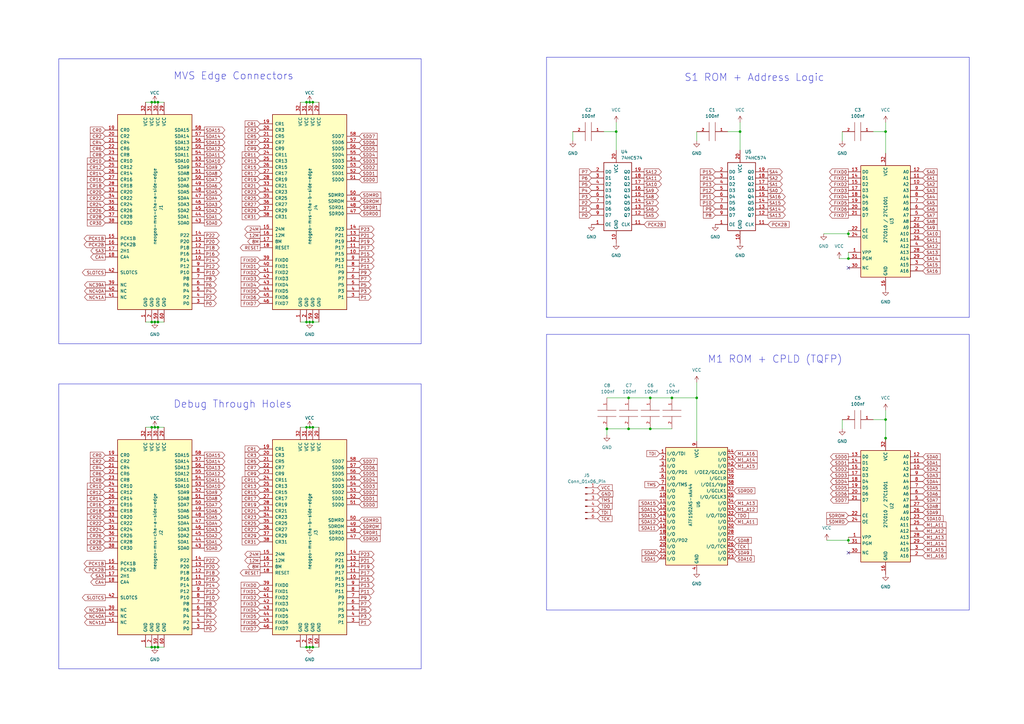
<source format=kicad_sch>
(kicad_sch (version 20230121) (generator eeschema)
  (paper "A3")
  (title_block (title "Neo Geo Diag MVS CHA Board (ATF1502AS TQFP44)") (date "${REV}") (rev "${REV}"))
  (junction (at 363.22 53.975))
  (junction (at 127 265.43))
  (junction (at 125.73 265.43))
  (junction (at 285.75 163.195))
  (junction (at 64.77 265.43))
  (junction (at 257.81 163.195))
  (junction (at 127 175.26))
  (junction (at 303.53 53.975))
  (junction (at 62.23 175.26))
  (junction (at 275.59 163.195))
  (junction (at 252.73 53.975))
  (junction (at 63.5 175.26))
  (junction (at 257.81 175.895))
  (junction (at 347.98 106.045))
  (junction (at 64.77 132.08))
  (junction (at 347.98 221.615))
  (junction (at 63.5 41.91))
  (junction (at 127 41.91))
  (junction (at 64.77 175.26))
  (junction (at 266.7 175.895))
  (junction (at 128.27 132.08))
  (junction (at 347.98 95.885))
  (junction (at 125.73 132.08))
  (junction (at 63.5 265.43))
  (junction (at 363.22 172.085))
  (junction (at 64.77 41.91))
  (junction (at 128.27 175.26))
  (junction (at 266.7 163.195))
  (junction (at 62.23 132.08))
  (junction (at 63.5 132.08))
  (junction (at 128.27 41.91))
  (junction (at 363.22 179.705))
  (junction (at 62.23 41.91))
  (junction (at 127 132.08))
  (junction (at 128.27 265.43))
  (junction (at 125.73 41.91))
  (junction (at 125.73 175.26))
  (junction (at 62.23 265.43))
  (junction (at 248.92 175.895))
  (no_connect (at 347.98 109.855))
  (no_connect (at 347.98 226.695))
  (polyline (pts (xy 224.155 130.175) (xy 397.51 130.175)) (stroke (width 0) (type solid)))
  (polyline (pts (xy 24.13 157.48) (xy 172.72 157.48)) (stroke (width 0) (type solid)))
  (wire (pts (xy 128.27 175.26) (xy 130.81 175.26)))
  (wire (pts (xy 123.19 41.91) (xy 125.73 41.91)))
  (wire (pts (xy 337.82 95.885) (xy 347.98 95.885)))
  (polyline (pts (xy 172.72 274.32) (xy 24.13 274.32)) (stroke (width 0) (type solid)))
  (wire (pts (xy 128.27 41.91) (xy 130.81 41.91)))
  (wire (pts (xy 363.22 53.975) (xy 363.22 62.865)))
  (wire (pts (xy 123.19 265.43) (xy 125.73 265.43)))
  (wire (pts (xy 123.19 175.26) (xy 125.73 175.26)))
  (wire (pts (xy 63.5 41.91) (xy 64.77 41.91)))
  (wire (pts (xy 347.98 94.615) (xy 347.98 95.885)))
  (wire (pts (xy 127 41.91) (xy 128.27 41.91)))
  (wire (pts (xy 62.23 175.26) (xy 63.5 175.26)))
  (wire (pts (xy 59.69 175.26) (xy 62.23 175.26)))
  (wire (pts (xy 285.75 53.975) (xy 285.75 57.785)))
  (wire (pts (xy 248.92 175.895) (xy 257.81 175.895)))
  (wire (pts (xy 345.44 172.085) (xy 345.44 175.895)))
  (wire (pts (xy 125.73 132.08) (xy 127 132.08)))
  (wire (pts (xy 285.75 163.195) (xy 285.75 180.975)))
  (wire (pts (xy 358.14 172.085) (xy 363.22 172.085)))
  (wire (pts (xy 358.14 53.975) (xy 363.22 53.975)))
  (wire (pts (xy 62.23 265.43) (xy 63.5 265.43)))
  (polyline (pts (xy 24.13 24.13) (xy 24.13 140.97)) (stroke (width 0) (type solid)))
  (wire (pts (xy 125.73 265.43) (xy 127 265.43)))
  (wire (pts (xy 257.81 175.895) (xy 266.7 175.895)))
  (polyline (pts (xy 397.51 130.175) (xy 397.51 23.495)) (stroke (width 0) (type solid)))
  (polyline (pts (xy 24.13 24.13) (xy 172.72 24.13)) (stroke (width 0) (type solid)))
  (wire (pts (xy 252.73 50.165) (xy 252.73 53.975)))
  (polyline (pts (xy 224.155 250.19) (xy 224.155 137.16)) (stroke (width 0) (type solid)))
  (wire (pts (xy 64.77 41.91) (xy 67.31 41.91)))
  (wire (pts (xy 247.65 53.975) (xy 252.73 53.975)))
  (wire (pts (xy 127 175.26) (xy 128.27 175.26)))
  (polyline (pts (xy 224.155 137.16) (xy 397.51 137.16)) (stroke (width 0) (type solid)))
  (polyline (pts (xy 224.155 130.175) (xy 224.155 23.495)) (stroke (width 0) (type solid)))
  (wire (pts (xy 363.22 168.275) (xy 363.22 172.085)))
  (wire (pts (xy 62.23 41.91) (xy 63.5 41.91)))
  (polyline (pts (xy 172.72 157.48) (xy 172.72 274.32)) (stroke (width 0) (type solid)))
  (wire (pts (xy 63.5 265.43) (xy 64.77 265.43)))
  (wire (pts (xy 127 265.43) (xy 128.27 265.43)))
  (wire (pts (xy 125.73 41.91) (xy 127 41.91)))
  (wire (pts (xy 303.53 53.975) (xy 303.53 61.595)))
  (wire (pts (xy 59.69 265.43) (xy 62.23 265.43)))
  (wire (pts (xy 347.98 220.345) (xy 347.98 221.615)))
  (wire (pts (xy 257.81 163.195) (xy 266.7 163.195)))
  (wire (pts (xy 347.98 221.615) (xy 347.98 222.885)))
  (wire (pts (xy 64.77 132.08) (xy 67.31 132.08)))
  (wire (pts (xy 345.44 53.975) (xy 345.44 57.785)))
  (wire (pts (xy 128.27 265.43) (xy 130.81 265.43)))
  (wire (pts (xy 347.98 95.885) (xy 347.98 97.155)))
  (wire (pts (xy 125.73 175.26) (xy 127 175.26)))
  (wire (pts (xy 363.22 50.165) (xy 363.22 53.975)))
  (wire (pts (xy 347.98 103.505) (xy 347.98 106.045)))
  (wire (pts (xy 63.5 132.08) (xy 64.77 132.08)))
  (polyline (pts (xy 172.72 140.97) (xy 24.13 140.97)) (stroke (width 0) (type solid)))
  (polyline (pts (xy 224.155 250.19) (xy 397.51 250.19)) (stroke (width 0) (type solid)))
  (wire (pts (xy 363.22 179.705) (xy 363.22 180.975)))
  (wire (pts (xy 59.69 41.91) (xy 62.23 41.91)))
  (wire (pts (xy 63.5 175.26) (xy 64.77 175.26)))
  (wire (pts (xy 252.73 53.975) (xy 252.73 61.595)))
  (wire (pts (xy 248.92 163.195) (xy 257.81 163.195)))
  (wire (pts (xy 234.95 53.975) (xy 234.95 57.785)))
  (polyline (pts (xy 172.72 24.13) (xy 172.72 140.97)) (stroke (width 0) (type solid)))
  (wire (pts (xy 128.27 132.08) (xy 130.81 132.08)))
  (wire (pts (xy 123.19 132.08) (xy 125.73 132.08)))
  (wire (pts (xy 303.53 50.165) (xy 303.53 53.975)))
  (wire (pts (xy 248.92 175.895) (xy 248.92 178.435)))
  (wire (pts (xy 298.45 53.975) (xy 303.53 53.975)))
  (wire (pts (xy 64.77 265.43) (xy 67.31 265.43)))
  (polyline (pts (xy 397.51 250.19) (xy 397.51 137.16)) (stroke (width 0) (type solid)))
  (wire (pts (xy 275.59 163.195) (xy 285.75 163.195)))
  (wire (pts (xy 285.75 156.845) (xy 285.75 163.195)))
  (wire (pts (xy 363.22 172.085) (xy 363.22 179.705)))
  (wire (pts (xy 62.23 132.08) (xy 63.5 132.08)))
  (wire (pts (xy 59.69 132.08) (xy 62.23 132.08)))
  (wire (pts (xy 127 132.08) (xy 128.27 132.08)))
  (wire (pts (xy 266.7 163.195) (xy 275.59 163.195)))
  (wire (pts (xy 339.09 221.615) (xy 347.98 221.615)))
  (polyline (pts (xy 24.13 157.48) (xy 24.13 274.32)) (stroke (width 0) (type solid)))
  (wire (pts (xy 64.77 175.26) (xy 67.31 175.26)))
  (wire (pts (xy 266.7 175.895) (xy 275.59 175.895)))
  (wire (pts (xy 344.17 106.045) (xy 347.98 106.045)))
  (polyline (pts (xy 224.155 23.495) (xy 397.51 23.495)) (stroke (width 0) (type solid)))
  (text "Debug Through Holes" (at 71.12 167.64 0) (effects (font (size 3 3)) (justify left bottom)))
  (text "MVS Edge Connectors" (at 71.12 33.02 0) (effects (font (size 3 3)) (justify left bottom)))
  (text "S1 ROM + Address Logic" (at 280.67 33.655 0) (effects (font (size 3 3)) (justify left bottom)))
  (text "M1 ROM + CPLD (TQFP)" (at 290.195 149.225 0) (effects (font (size 3 3)) (justify left bottom)))
  (global_label "P5" (shape output) (at 147.32 250.19 0) (property "Intersheetrefs" "${INTERSHEET_REFS}" (effects hide)))
  (global_label "P10" (shape input) (at 293.37 83.185 180) (property "Intersheetrefs" "${INTERSHEET_REFS}" (effects hide)))
  (global_label "P14" (shape output) (at 83.82 106.68 0) (property "Intersheetrefs" "${INTERSHEET_REFS}" (effects hide)))
  (global_label "P18" (shape output) (at 83.82 234.95 0) (property "Intersheetrefs" "${INTERSHEET_REFS}" (effects hide)))
  (global_label "P0" (shape output) (at 83.82 257.81 0) (property "Intersheetrefs" "${INTERSHEET_REFS}" (effects hide)))
  (global_label "SDA0" (shape output) (at 83.82 224.79 0) (property "Intersheetrefs" "${INTERSHEET_REFS}" (effects hide)))
  (global_label "SDD5" (shape input) (at 147.32 60.96 0) (property "Intersheetrefs" "${INTERSHEET_REFS}" (effects hide)))
  (global_label "FIXD3" (shape input) (at 106.68 114.3 180) (property "Intersheetrefs" "${INTERSHEET_REFS}" (effects hide)))
  (global_label "CR22" (shape input) (at 43.18 214.63 180) (property "Intersheetrefs" "${INTERSHEET_REFS}" (effects hide)))
  (global_label "SDD0" (shape input) (at 147.32 207.01 0) (property "Intersheetrefs" "${INTERSHEET_REFS}" (effects hide)))
  (global_label "CR29" (shape input) (at 106.68 219.71 180) (property "Intersheetrefs" "${INTERSHEET_REFS}" (effects hide)))
  (global_label "SA10" (shape output) (at 264.16 75.565 0) (property "Intersheetrefs" "${INTERSHEET_REFS}" (effects hide)))
  (global_label "FIXD1" (shape input) (at 106.68 242.57 180) (property "Intersheetrefs" "${INTERSHEET_REFS}" (effects hide)))
  (global_label "CR12" (shape input) (at 43.18 201.93 180) (property "Intersheetrefs" "${INTERSHEET_REFS}" (effects hide)))
  (global_label "M1_A11" (shape input) (at 300.99 213.995 0) (property "Intersheetrefs" "${INTERSHEET_REFS}" (effects hide)))
  (global_label "P6" (shape output) (at 83.82 250.19 0) (property "Intersheetrefs" "${INTERSHEET_REFS}" (effects hide)))
  (global_label "P19" (shape output) (at 147.32 99.06 0) (property "Intersheetrefs" "${INTERSHEET_REFS}" (effects hide)))
  (global_label "SA13" (shape input) (at 378.46 103.505 0) (property "Intersheetrefs" "${INTERSHEET_REFS}" (effects hide)))
  (global_label "FIXD1" (shape input) (at 106.68 109.22 180) (property "Intersheetrefs" "${INTERSHEET_REFS}" (effects hide)))
  (global_label "P15" (shape output) (at 147.32 104.14 0) (property "Intersheetrefs" "${INTERSHEET_REFS}" (effects hide)))
  (global_label "8M" (shape output) (at 106.68 99.06 180) (property "Intersheetrefs" "${INTERSHEET_REFS}" (effects hide)))
  (global_label "SDROM" (shape input) (at 347.98 211.455 180) (property "Intersheetrefs" "${INTERSHEET_REFS}" (effects hide)))
  (global_label "CR11" (shape input) (at 106.68 63.5 180) (property "Intersheetrefs" "${INTERSHEET_REFS}" (effects hide)))
  (global_label "P23" (shape output) (at 147.32 93.98 0) (property "Intersheetrefs" "${INTERSHEET_REFS}" (effects hide)))
  (global_label "SDD0" (shape output) (at 347.98 187.325 180) (property "Intersheetrefs" "${INTERSHEET_REFS}" (effects hide)))
  (global_label "NC41A" (shape output) (at 43.18 121.92 180) (property "Intersheetrefs" "${INTERSHEET_REFS}" (effects hide)))
  (global_label "SDD4" (shape input) (at 147.32 63.5 0) (property "Intersheetrefs" "${INTERSHEET_REFS}" (effects hide)))
  (global_label "CA4" (shape output) (at 43.18 238.76 180) (property "Intersheetrefs" "${INTERSHEET_REFS}" (effects hide)))
  (global_label "CR0" (shape input) (at 43.18 53.34 180) (property "Intersheetrefs" "${INTERSHEET_REFS}" (effects hide)))
  (global_label "FIXD2" (shape output) (at 347.98 75.565 180) (property "Intersheetrefs" "${INTERSHEET_REFS}" (effects hide)))
  (global_label "FIXD2" (shape input) (at 106.68 245.11 180) (property "Intersheetrefs" "${INTERSHEET_REFS}" (effects hide)))
  (global_label "RESET" (shape output) (at 106.68 101.6 180) (property "Intersheetrefs" "${INTERSHEET_REFS}" (effects hide)))
  (global_label "FIXD4" (shape input) (at 106.68 250.19 180) (property "Intersheetrefs" "${INTERSHEET_REFS}" (effects hide)))
  (global_label "CR10" (shape input) (at 43.18 66.04 180) (property "Intersheetrefs" "${INTERSHEET_REFS}" (effects hide)))
  (global_label "CR1" (shape input) (at 106.68 50.8 180) (property "Intersheetrefs" "${INTERSHEET_REFS}" (effects hide)))
  (global_label "M1_A13" (shape input) (at 378.46 220.345 0) (property "Intersheetrefs" "${INTERSHEET_REFS}" (effects hide)))
  (global_label "M1_A12" (shape input) (at 378.46 217.805 0) (property "Intersheetrefs" "${INTERSHEET_REFS}" (effects hide)))
  (global_label "SA15" (shape output) (at 314.96 83.185 0) (property "Intersheetrefs" "${INTERSHEET_REFS}" (effects hide)))
  (global_label "CR24" (shape input) (at 43.18 217.17 180) (property "Intersheetrefs" "${INTERSHEET_REFS}" (effects hide)))
  (global_label "SDA0" (shape output) (at 83.82 91.44 0) (property "Intersheetrefs" "${INTERSHEET_REFS}" (effects hide)))
  (global_label "TMS" (shape input) (at 245.11 205.105 0) (property "Intersheetrefs" "${INTERSHEET_REFS}" (effects hide)))
  (global_label "SA3" (shape output) (at 43.18 102.87 180) (property "Intersheetrefs" "${INTERSHEET_REFS}" (effects hide)))
  (global_label "CR18" (shape input) (at 43.18 209.55 180) (property "Intersheetrefs" "${INTERSHEET_REFS}" (effects hide)))
  (global_label "SDA10" (shape input) (at 378.46 212.725 0) (property "Intersheetrefs" "${INTERSHEET_REFS}" (effects hide)))
  (global_label "NC39A" (shape output) (at 43.18 116.84 180) (property "Intersheetrefs" "${INTERSHEET_REFS}" (effects hide)))
  (global_label "SA13" (shape output) (at 314.96 88.265 0) (property "Intersheetrefs" "${INTERSHEET_REFS}" (effects hide)))
  (global_label "CR11" (shape input) (at 106.68 196.85 180) (property "Intersheetrefs" "${INTERSHEET_REFS}" (effects hide)))
  (global_label "P14" (shape output) (at 83.82 240.03 0) (property "Intersheetrefs" "${INTERSHEET_REFS}" (effects hide)))
  (global_label "SDD5" (shape input) (at 147.32 194.31 0) (property "Intersheetrefs" "${INTERSHEET_REFS}" (effects hide)))
  (global_label "SRDR1" (shape input) (at 147.32 218.44 0) (property "Intersheetrefs" "${INTERSHEET_REFS}" (effects hide)))
  (global_label "SDA10" (shape output) (at 83.82 66.04 0) (property "Intersheetrefs" "${INTERSHEET_REFS}" (effects hide)))
  (global_label "PCK2B" (shape output) (at 43.18 100.33 180) (property "Intersheetrefs" "${INTERSHEET_REFS}" (effects hide)))
  (global_label "P20" (shape output) (at 83.82 232.41 0) (property "Intersheetrefs" "${INTERSHEET_REFS}" (effects hide)))
  (global_label "24M" (shape output) (at 106.68 227.33 180) (property "Intersheetrefs" "${INTERSHEET_REFS}" (effects hide)))
  (global_label "M1_A14" (shape input) (at 378.46 222.885 0) (property "Intersheetrefs" "${INTERSHEET_REFS}" (effects hide)))
  (global_label "SA3" (shape output) (at 43.18 236.22 180) (property "Intersheetrefs" "${INTERSHEET_REFS}" (effects hide)))
  (global_label "SA3" (shape input) (at 378.46 78.105 0) (property "Intersheetrefs" "${INTERSHEET_REFS}" (effects hide)))
  (global_label "SDD1" (shape input) (at 147.32 204.47 0) (property "Intersheetrefs" "${INTERSHEET_REFS}" (effects hide)))
  (global_label "TDI" (shape input) (at 245.11 210.185 0) (property "Intersheetrefs" "${INTERSHEET_REFS}" (effects hide)))
  (global_label "SA8" (shape input) (at 378.46 90.805 0) (property "Intersheetrefs" "${INTERSHEET_REFS}" (effects hide)))
  (global_label "P12" (shape output) (at 83.82 242.57 0) (property "Intersheetrefs" "${INTERSHEET_REFS}" (effects hide)))
  (global_label "SDA15" (shape output) (at 83.82 186.69 0) (property "Intersheetrefs" "${INTERSHEET_REFS}" (effects hide)))
  (global_label "CR1" (shape input) (at 106.68 184.15 180) (property "Intersheetrefs" "${INTERSHEET_REFS}" (effects hide)))
  (global_label "SA12" (shape input) (at 378.46 100.965 0) (property "Intersheetrefs" "${INTERSHEET_REFS}" (effects hide)))
  (global_label "CR20" (shape input) (at 43.18 78.74 180) (property "Intersheetrefs" "${INTERSHEET_REFS}" (effects hide)))
  (global_label "CR29" (shape input) (at 106.68 86.36 180) (property "Intersheetrefs" "${INTERSHEET_REFS}" (effects hide)))
  (global_label "SDRD0" (shape input) (at 147.32 220.98 0) (property "Intersheetrefs" "${INTERSHEET_REFS}" (effects hide)))
  (global_label "FIXD6" (shape input) (at 106.68 255.27 180) (property "Intersheetrefs" "${INTERSHEET_REFS}" (effects hide)))
  (global_label "FIXD5" (shape input) (at 106.68 252.73 180) (property "Intersheetrefs" "${INTERSHEET_REFS}" (effects hide)))
  (global_label "SA0" (shape input) (at 378.46 70.485 0) (property "Intersheetrefs" "${INTERSHEET_REFS}" (effects hide)))
  (global_label "12M" (shape output) (at 106.68 96.52 180) (property "Intersheetrefs" "${INTERSHEET_REFS}" (effects hide)))
  (global_label "CR17" (shape input) (at 106.68 204.47 180) (property "Intersheetrefs" "${INTERSHEET_REFS}" (effects hide)))
  (global_label "CR6" (shape input) (at 43.18 60.96 180) (property "Intersheetrefs" "${INTERSHEET_REFS}" (effects hide)))
  (global_label "SDA7" (shape input) (at 378.46 205.105 0) (property "Intersheetrefs" "${INTERSHEET_REFS}" (effects hide)))
  (global_label "CR30" (shape input) (at 43.18 91.44 180) (property "Intersheetrefs" "${INTERSHEET_REFS}" (effects hide)))
  (global_label "SDA0" (shape input) (at 270.51 226.695 180) (property "Intersheetrefs" "${INTERSHEET_REFS}" (effects hide)))
  (global_label "CR13" (shape input) (at 106.68 199.39 180) (property "Intersheetrefs" "${INTERSHEET_REFS}" (effects hide)))
  (global_label "P1" (shape output) (at 147.32 121.92 0) (property "Intersheetrefs" "${INTERSHEET_REFS}" (effects hide)))
  (global_label "CR4" (shape input) (at 43.18 191.77 180) (property "Intersheetrefs" "${INTERSHEET_REFS}" (effects hide)))
  (global_label "CR21" (shape input) (at 106.68 209.55 180) (property "Intersheetrefs" "${INTERSHEET_REFS}" (effects hide)))
  (global_label "SDA5" (shape output) (at 83.82 212.09 0) (property "Intersheetrefs" "${INTERSHEET_REFS}" (effects hide)))
  (global_label "CR28" (shape input) (at 43.18 222.25 180) (property "Intersheetrefs" "${INTERSHEET_REFS}" (effects hide)))
  (global_label "SA14" (shape input) (at 378.46 106.045 0) (property "Intersheetrefs" "${INTERSHEET_REFS}" (effects hide)))
  (global_label "SA10" (shape input) (at 378.46 95.885 0) (property "Intersheetrefs" "${INTERSHEET_REFS}" (effects hide)))
  (global_label "CR6" (shape input) (at 43.18 194.31 180) (property "Intersheetrefs" "${INTERSHEET_REFS}" (effects hide)))
  (global_label "PCK1B" (shape output) (at 43.18 231.14 180) (property "Intersheetrefs" "${INTERSHEET_REFS}" (effects hide)))
  (global_label "CR8" (shape input) (at 43.18 196.85 180) (property "Intersheetrefs" "${INTERSHEET_REFS}" (effects hide)))
  (global_label "SA2" (shape input) (at 378.46 75.565 0) (property "Intersheetrefs" "${INTERSHEET_REFS}" (effects hide)))
  (global_label "SDD6" (shape input) (at 147.32 58.42 0) (property "Intersheetrefs" "${INTERSHEET_REFS}" (effects hide)))
  (global_label "SDA3" (shape output) (at 83.82 217.17 0) (property "Intersheetrefs" "${INTERSHEET_REFS}" (effects hide)))
  (global_label "P2" (shape input) (at 242.57 83.185 180) (property "Intersheetrefs" "${INTERSHEET_REFS}" (effects hide)))
  (global_label "FIXD1" (shape output) (at 347.98 73.025 180) (property "Intersheetrefs" "${INTERSHEET_REFS}" (effects hide)))
  (global_label "NC40A" (shape output) (at 43.18 252.73 180) (property "Intersheetrefs" "${INTERSHEET_REFS}" (effects hide)))
  (global_label "CR24" (shape input) (at 43.18 83.82 180) (property "Intersheetrefs" "${INTERSHEET_REFS}" (effects hide)))
  (global_label "SLOTCS" (shape output) (at 43.18 245.11 180) (property "Intersheetrefs" "${INTERSHEET_REFS}" (effects hide)))
  (global_label "SA4" (shape output) (at 314.96 70.485 0) (property "Intersheetrefs" "${INTERSHEET_REFS}" (effects hide)))
  (global_label "CR28" (shape input) (at 43.18 88.9 180) (property "Intersheetrefs" "${INTERSHEET_REFS}" (effects hide)))
  (global_label "CR2" (shape input) (at 43.18 55.88 180) (property "Intersheetrefs" "${INTERSHEET_REFS}" (effects hide)))
  (global_label "SDA7" (shape output) (at 83.82 73.66 0) (property "Intersheetrefs" "${INTERSHEET_REFS}" (effects hide)))
  (global_label "TCK" (shape input) (at 245.11 212.725 0) (property "Intersheetrefs" "${INTERSHEET_REFS}" (effects hide)))
  (global_label "P17" (shape output) (at 147.32 101.6 0) (property "Intersheetrefs" "${INTERSHEET_REFS}" (effects hide)))
  (global_label "SDD1" (shape output) (at 347.98 189.865 180) (property "Intersheetrefs" "${INTERSHEET_REFS}" (effects hide)))
  (global_label "P10" (shape output) (at 83.82 245.11 0) (property "Intersheetrefs" "${INTERSHEET_REFS}" (effects hide)))
  (global_label "M1_A15" (shape input) (at 378.46 225.425 0) (property "Intersheetrefs" "${INTERSHEET_REFS}" (effects hide)))
  (global_label "SA9" (shape input) (at 378.46 93.345 0) (property "Intersheetrefs" "${INTERSHEET_REFS}" (effects hide)))
  (global_label "SDA14" (shape input) (at 270.51 208.915 180) (property "Intersheetrefs" "${INTERSHEET_REFS}" (effects hide)))
  (global_label "SDA12" (shape input) (at 270.51 213.995 180) (property "Intersheetrefs" "${INTERSHEET_REFS}" (effects hide)))
  (global_label "SDA8" (shape output) (at 83.82 71.12 0) (property "Intersheetrefs" "${INTERSHEET_REFS}" (effects hide)))
  (global_label "CR26" (shape input) (at 43.18 86.36 180) (property "Intersheetrefs" "${INTERSHEET_REFS}" (effects hide)))
  (global_label "SDA11" (shape output) (at 83.82 63.5 0) (property "Intersheetrefs" "${INTERSHEET_REFS}" (effects hide)))
  (global_label "CR20" (shape input) (at 43.18 212.09 180) (property "Intersheetrefs" "${INTERSHEET_REFS}" (effects hide)))
  (global_label "FIXD3" (shape output) (at 347.98 78.105 180) (property "Intersheetrefs" "${INTERSHEET_REFS}" (effects hide)))
  (global_label "P6" (shape input) (at 242.57 73.025 180) (property "Intersheetrefs" "${INTERSHEET_REFS}" (effects hide)))
  (global_label "GND" (shape input) (at 245.11 202.565 0) (property "Intersheetrefs" "${INTERSHEET_REFS}" (effects hide)))
  (global_label "SLOTCS" (shape output) (at 43.18 111.76 180) (property "Intersheetrefs" "${INTERSHEET_REFS}" (effects hide)))
  (global_label "CR16" (shape input) (at 43.18 207.01 180) (property "Intersheetrefs" "${INTERSHEET_REFS}" (effects hide)))
  (global_label "SDA10" (shape input) (at 300.99 229.235 0) (property "Intersheetrefs" "${INTERSHEET_REFS}" (effects hide)))
  (global_label "SA5" (shape input) (at 378.46 83.185 0) (property "Intersheetrefs" "${INTERSHEET_REFS}" (effects hide)))
  (global_label "P9" (shape output) (at 147.32 245.11 0) (property "Intersheetrefs" "${INTERSHEET_REFS}" (effects hide)))
  (global_label "SDA6" (shape output) (at 83.82 209.55 0) (property "Intersheetrefs" "${INTERSHEET_REFS}" (effects hide)))
  (global_label "SDA13" (shape input) (at 270.51 211.455 180) (property "Intersheetrefs" "${INTERSHEET_REFS}" (effects hide)))
  (global_label "SDA9" (shape output) (at 83.82 201.93 0) (property "Intersheetrefs" "${INTERSHEET_REFS}" (effects hide)))
  (global_label "SDA6" (shape input) (at 378.46 202.565 0) (property "Intersheetrefs" "${INTERSHEET_REFS}" (effects hide)))
  (global_label "VCC" (shape input) (at 245.11 200.025 0) (property "Intersheetrefs" "${INTERSHEET_REFS}" (effects hide)))
  (global_label "CR14" (shape input) (at 43.18 71.12 180) (property "Intersheetrefs" "${INTERSHEET_REFS}" (effects hide)))
  (global_label "SDD0" (shape input) (at 147.32 73.66 0) (property "Intersheetrefs" "${INTERSHEET_REFS}" (effects hide)))
  (global_label "SDD5" (shape output) (at 347.98 200.025 180) (property "Intersheetrefs" "${INTERSHEET_REFS}" (effects hide)))
  (global_label "CR15" (shape input) (at 106.68 68.58 180) (property "Intersheetrefs" "${INTERSHEET_REFS}" (effects hide)))
  (global_label "P4" (shape input) (at 242.57 78.105 180) (property "Intersheetrefs" "${INTERSHEET_REFS}" (effects hide)))
  (global_label "SA8" (shape output) (at 264.16 80.645 0) (property "Intersheetrefs" "${INTERSHEET_REFS}" (effects hide)))
  (global_label "CR0" (shape input) (at 43.18 186.69 180) (property "Intersheetrefs" "${INTERSHEET_REFS}" (effects hide)))
  (global_label "FIXD6" (shape input) (at 106.68 121.92 180) (property "Intersheetrefs" "${INTERSHEET_REFS}" (effects hide)))
  (global_label "FIXD0" (shape output) (at 347.98 70.485 180) (property "Intersheetrefs" "${INTERSHEET_REFS}" (effects hide)))
  (global_label "FIXD5" (shape input) (at 106.68 119.38 180) (property "Intersheetrefs" "${INTERSHEET_REFS}" (effects hide)))
  (global_label "SDD2" (shape input) (at 147.32 201.93 0) (property "Intersheetrefs" "${INTERSHEET_REFS}" (effects hide)))
  (global_label "SDA13" (shape output) (at 83.82 58.42 0) (property "Intersheetrefs" "${INTERSHEET_REFS}" (effects hide)))
  (global_label "TMS" (shape input) (at 270.51 198.755 180) (property "Intersheetrefs" "${INTERSHEET_REFS}" (effects hide)))
  (global_label "SDA11" (shape input) (at 270.51 216.535 180) (property "Intersheetrefs" "${INTERSHEET_REFS}" (effects hide)))
  (global_label "SA7" (shape input) (at 378.46 88.265 0) (property "Intersheetrefs" "${INTERSHEET_REFS}" (effects hide)))
  (global_label "CR31" (shape input) (at 106.68 88.9 180) (property "Intersheetrefs" "${INTERSHEET_REFS}" (effects hide)))
  (global_label "CR25" (shape input) (at 106.68 214.63 180) (property "Intersheetrefs" "${INTERSHEET_REFS}" (effects hide)))
  (global_label "TDI" (shape input) (at 270.51 186.055 180) (property "Intersheetrefs" "${INTERSHEET_REFS}" (effects hide)))
  (global_label "SDA15" (shape output) (at 83.82 53.34 0) (property "Intersheetrefs" "${INTERSHEET_REFS}" (effects hide)))
  (global_label "CR23" (shape input) (at 106.68 78.74 180) (property "Intersheetrefs" "${INTERSHEET_REFS}" (effects hide)))
  (global_label "RESET" (shape output) (at 106.68 234.95 180) (property "Intersheetrefs" "${INTERSHEET_REFS}" (effects hide)))
  (global_label "CR9" (shape input) (at 106.68 60.96 180) (property "Intersheetrefs" "${INTERSHEET_REFS}" (effects hide)))
  (global_label "P11" (shape input) (at 293.37 80.645 180) (property "Intersheetrefs" "${INTERSHEET_REFS}" (effects hide)))
  (global_label "FIXD5" (shape output) (at 347.98 83.185 180) (property "Intersheetrefs" "${INTERSHEET_REFS}" (effects hide)))
  (global_label "SDA14" (shape output) (at 83.82 189.23 0) (property "Intersheetrefs" "${INTERSHEET_REFS}" (effects hide)))
  (global_label "P3" (shape output) (at 147.32 119.38 0) (property "Intersheetrefs" "${INTERSHEET_REFS}" (effects hide)))
  (global_label "SDA8" (shape output) (at 83.82 204.47 0) (property "Intersheetrefs" "${INTERSHEET_REFS}" (effects hide)))
  (global_label "SDD6" (shape input) (at 147.32 191.77 0) (property "Intersheetrefs" "${INTERSHEET_REFS}" (effects hide)))
  (global_label "CR16" (shape input) (at 43.18 73.66 180) (property "Intersheetrefs" "${INTERSHEET_REFS}" (effects hide)))
  (global_label "P0" (shape input) (at 242.57 88.265 180) (property "Intersheetrefs" "${INTERSHEET_REFS}" (effects hide)))
  (global_label "SDD6" (shape output) (at 347.98 202.565 180) (property "Intersheetrefs" "${INTERSHEET_REFS}" (effects hide)))
  (global_label "PCK1B" (shape output) (at 43.18 97.79 180) (property "Intersheetrefs" "${INTERSHEET_REFS}" (effects hide)))
  (global_label "SDA3" (shape input) (at 378.46 194.945 0) (property "Intersheetrefs" "${INTERSHEET_REFS}" (effects hide)))
  (global_label "CR3" (shape input) (at 106.68 53.34 180) (property "Intersheetrefs" "${INTERSHEET_REFS}" (effects hide)))
  (global_label "SDA0" (shape input) (at 378.46 187.325 0) (property "Intersheetrefs" "${INTERSHEET_REFS}" (effects hide)))
  (global_label "P4" (shape output) (at 83.82 119.38 0) (property "Intersheetrefs" "${INTERSHEET_REFS}" (effects hide)))
  (global_label "M1_A16" (shape input) (at 378.46 227.965 0) (property "Intersheetrefs" "${INTERSHEET_REFS}" (effects hide)))
  (global_label "SA14" (shape output) (at 314.96 85.725 0) (property "Intersheetrefs" "${INTERSHEET_REFS}" (effects hide)))
  (global_label "FIXD7" (shape input) (at 106.68 257.81 180) (property "Intersheetrefs" "${INTERSHEET_REFS}" (effects hide)))
  (global_label "SDA9" (shape output) (at 83.82 68.58 0) (property "Intersheetrefs" "${INTERSHEET_REFS}" (effects hide)))
  (global_label "P3" (shape output) (at 147.32 252.73 0) (property "Intersheetrefs" "${INTERSHEET_REFS}" (effects hide)))
  (global_label "SA16" (shape output) (at 314.96 80.645 0) (property "Intersheetrefs" "${INTERSHEET_REFS}" (effects hide)))
  (global_label "P11" (shape output) (at 147.32 109.22 0) (property "Intersheetrefs" "${INTERSHEET_REFS}" (effects hide)))
  (global_label "CR5" (shape input) (at 106.68 55.88 180) (property "Intersheetrefs" "${INTERSHEET_REFS}" (effects hide)))
  (global_label "FIXD7" (shape input) (at 106.68 124.46 180) (property "Intersheetrefs" "${INTERSHEET_REFS}" (effects hide)))
  (global_label "P6" (shape output) (at 83.82 116.84 0) (property "Intersheetrefs" "${INTERSHEET_REFS}" (effects hide)))
  (global_label "SA1" (shape input) (at 378.46 73.025 0) (property "Intersheetrefs" "${INTERSHEET_REFS}" (effects hide)))
  (global_label "SDD2" (shape output) (at 347.98 192.405 180) (property "Intersheetrefs" "${INTERSHEET_REFS}" (effects hide)))
  (global_label "P19" (shape output) (at 147.32 232.41 0) (property "Intersheetrefs" "${INTERSHEET_REFS}" (effects hide)))
  (global_label "TDO" (shape input) (at 245.11 207.645 0) (property "Intersheetrefs" "${INTERSHEET_REFS}" (effects hide)))
  (global_label "CR22" (shape input) (at 43.18 81.28 180) (property "Intersheetrefs" "${INTERSHEET_REFS}" (effects hide)))
  (global_label "SDROM" (shape input) (at 147.32 82.55 0) (property "Intersheetrefs" "${INTERSHEET_REFS}" (effects hide)))
  (global_label "CR27" (shape input) (at 106.68 83.82 180) (property "Intersheetrefs" "${INTERSHEET_REFS}" (effects hide)))
  (global_label "P22" (shape output) (at 83.82 96.52 0) (property "Intersheetrefs" "${INTERSHEET_REFS}" (effects hide)))
  (global_label "CR12" (shape input) (at 43.18 68.58 180) (property "Intersheetrefs" "${INTERSHEET_REFS}" (effects hide)))
  (global_label "CR25" (shape input) (at 106.68 81.28 180) (property "Intersheetrefs" "${INTERSHEET_REFS}" (effects hide)))
  (global_label "SA1" (shape output) (at 314.96 75.565 0) (property "Intersheetrefs" "${INTERSHEET_REFS}" (effects hide)))
  (global_label "SDRD0" (shape input) (at 300.99 201.295 0) (property "Intersheetrefs" "${INTERSHEET_REFS}" (effects hide)))
  (global_label "SDA5" (shape output) (at 83.82 78.74 0) (property "Intersheetrefs" "${INTERSHEET_REFS}" (effects hide)))
  (global_label "CR19" (shape input) (at 106.68 73.66 180) (property "Intersheetrefs" "${INTERSHEET_REFS}" (effects hide)))
  (global_label "SDA4" (shape input) (at 378.46 197.485 0) (property "Intersheetrefs" "${INTERSHEET_REFS}" (effects hide)))
  (global_label "CR26" (shape input) (at 43.18 219.71 180) (property "Intersheetrefs" "${INTERSHEET_REFS}" (effects hide)))
  (global_label "SDD7" (shape output) (at 347.98 205.105 180) (property "Intersheetrefs" "${INTERSHEET_REFS}" (effects hide)))
  (global_label "SDA10" (shape output) (at 83.82 199.39 0) (property "Intersheetrefs" "${INTERSHEET_REFS}" (effects hide)))
  (global_label "P23" (shape output) (at 147.32 227.33 0) (property "Intersheetrefs" "${INTERSHEET_REFS}" (effects hide)))
  (global_label "12M" (shape output) (at 106.68 229.87 180) (property "Intersheetrefs" "${INTERSHEET_REFS}" (effects hide)))
  (global_label "CR15" (shape input) (at 106.68 201.93 180) (property "Intersheetrefs" "${INTERSHEET_REFS}" (effects hide)))
  (global_label "P17" (shape output) (at 147.32 234.95 0) (property "Intersheetrefs" "${INTERSHEET_REFS}" (effects hide)))
  (global_label "P14" (shape input) (at 293.37 73.025 180) (property "Intersheetrefs" "${INTERSHEET_REFS}" (effects hide)))
  (global_label "P3" (shape input) (at 242.57 80.645 180) (property "Intersheetrefs" "${INTERSHEET_REFS}" (effects hide)))
  (global_label "P12" (shape input) (at 293.37 78.105 180) (property "Intersheetrefs" "${INTERSHEET_REFS}" (effects hide)))
  (global_label "P20" (shape output) (at 83.82 99.06 0) (property "Intersheetrefs" "${INTERSHEET_REFS}" (effects hide)))
  (global_label "SDA12" (shape output) (at 83.82 60.96 0) (property "Intersheetrefs" "${INTERSHEET_REFS}" (effects hide)))
  (global_label "P11" (shape output) (at 147.32 242.57 0) (property "Intersheetrefs" "${INTERSHEET_REFS}" (effects hide)))
  (global_label "P7" (shape input) (at 242.57 70.485 180) (property "Intersheetrefs" "${INTERSHEET_REFS}" (effects hide)))
  (global_label "SA11" (shape input) (at 378.46 98.425 0) (property "Intersheetrefs" "${INTERSHEET_REFS}" (effects hide)))
  (global_label "P9" (shape output) (at 147.32 111.76 0) (property "Intersheetrefs" "${INTERSHEET_REFS}" (effects hide)))
  (global_label "SA2" (shape output) (at 314.96 73.025 0) (property "Intersheetrefs" "${INTERSHEET_REFS}" (effects hide)))
  (global_label "SDD3" (shape input) (at 147.32 199.39 0) (property "Intersheetrefs" "${INTERSHEET_REFS}" (effects hide)))
  (global_label "SA6" (shape output) (at 264.16 85.725 0) (property "Intersheetrefs" "${INTERSHEET_REFS}" (effects hide)))
  (global_label "CR9" (shape input) (at 106.68 194.31 180) (property "Intersheetrefs" "${INTERSHEET_REFS}" (effects hide)))
  (global_label "CR31" (shape input) (at 106.68 222.25 180) (property "Intersheetrefs" "${INTERSHEET_REFS}" (effects hide)))
  (global_label "FIXD3" (shape input) (at 106.68 247.65 180) (property "Intersheetrefs" "${INTERSHEET_REFS}" (effects hide)))
  (global_label "P8" (shape output) (at 83.82 247.65 0) (property "Intersheetrefs" "${INTERSHEET_REFS}" (effects hide)))
  (global_label "PCK2B" (shape input) (at 314.96 92.075 0) (property "Intersheetrefs" "${INTERSHEET_REFS}" (effects hide)))
  (global_label "FIXD2" (shape input) (at 106.68 111.76 180) (property "Intersheetrefs" "${INTERSHEET_REFS}" (effects hide)))
  (global_label "SDD3" (shape output) (at 347.98 194.945 180) (property "Intersheetrefs" "${INTERSHEET_REFS}" (effects hide)))
  (global_label "SDA8" (shape input) (at 378.46 207.645 0) (property "Intersheetrefs" "${INTERSHEET_REFS}" (effects hide)))
  (global_label "SDA2" (shape output) (at 83.82 86.36 0) (property "Intersheetrefs" "${INTERSHEET_REFS}" (effects hide)))
  (global_label "P7" (shape output) (at 147.32 114.3 0) (property "Intersheetrefs" "${INTERSHEET_REFS}" (effects hide)))
  (global_label "FIXD4" (shape output) (at 347.98 80.645 180) (property "Intersheetrefs" "${INTERSHEET_REFS}" (effects hide)))
  (global_label "SDA11" (shape output) (at 83.82 196.85 0) (property "Intersheetrefs" "${INTERSHEET_REFS}" (effects hide)))
  (global_label "P21" (shape output) (at 147.32 96.52 0) (property "Intersheetrefs" "${INTERSHEET_REFS}" (effects hide)))
  (global_label "P16" (shape output) (at 83.82 237.49 0) (property "Intersheetrefs" "${INTERSHEET_REFS}" (effects hide)))
  (global_label "FIXD4" (shape input) (at 106.68 116.84 180) (property "Intersheetrefs" "${INTERSHEET_REFS}" (effects hide)))
  (global_label "NC41A" (shape output) (at 43.18 255.27 180) (property "Intersheetrefs" "${INTERSHEET_REFS}" (effects hide)))
  (global_label "P12" (shape output) (at 83.82 109.22 0) (property "Intersheetrefs" "${INTERSHEET_REFS}" (effects hide)))
  (global_label "P10" (shape output) (at 83.82 111.76 0) (property "Intersheetrefs" "${INTERSHEET_REFS}" (effects hide)))
  (global_label "CR14" (shape input) (at 43.18 204.47 180) (property "Intersheetrefs" "${INTERSHEET_REFS}" (effects hide)))
  (global_label "P1" (shape output) (at 147.32 255.27 0) (property "Intersheetrefs" "${INTERSHEET_REFS}" (effects hide)))
  (global_label "P1" (shape input) (at 242.57 85.725 180) (property "Intersheetrefs" "${INTERSHEET_REFS}" (effects hide)))
  (global_label "SDA4" (shape output) (at 83.82 81.28 0) (property "Intersheetrefs" "${INTERSHEET_REFS}" (effects hide)))
  (global_label "P15" (shape output) (at 147.32 237.49 0) (property "Intersheetrefs" "${INTERSHEET_REFS}" (effects hide)))
  (global_label "CR10" (shape input) (at 43.18 199.39 180) (property "Intersheetrefs" "${INTERSHEET_REFS}" (effects hide)))
  (global_label "SDA3" (shape output) (at 83.82 83.82 0) (property "Intersheetrefs" "${INTERSHEET_REFS}" (effects hide)))
  (global_label "SDD4" (shape input) (at 147.32 196.85 0) (property "Intersheetrefs" "${INTERSHEET_REFS}" (effects hide)))
  (global_label "SDD1" (shape input) (at 147.32 71.12 0) (property "Intersheetrefs" "${INTERSHEET_REFS}" (effects hide)))
  (global_label "M1_A16" (shape input) (at 300.99 186.055 0) (property "Intersheetrefs" "${INTERSHEET_REFS}" (effects hide)))
  (global_label "SA0" (shape output) (at 314.96 78.105 0) (property "Intersheetrefs" "${INTERSHEET_REFS}" (effects hide)))
  (global_label "SDA5" (shape input) (at 378.46 200.025 0) (property "Intersheetrefs" "${INTERSHEET_REFS}" (effects hide)))
  (global_label "SA6" (shape input) (at 378.46 85.725 0) (property "Intersheetrefs" "${INTERSHEET_REFS}" (effects hide)))
  (global_label "P2" (shape output) (at 83.82 121.92 0) (property "Intersheetrefs" "${INTERSHEET_REFS}" (effects hide)))
  (global_label "P13" (shape output) (at 147.32 106.68 0) (property "Intersheetrefs" "${INTERSHEET_REFS}" (effects hide)))
  (global_label "SDMRD" (shape input) (at 347.98 213.995 180) (property "Intersheetrefs" "${INTERSHEET_REFS}" (effects hide)))
  (global_label "SDD2" (shape input) (at 147.32 68.58 0) (property "Intersheetrefs" "${INTERSHEET_REFS}" (effects hide)))
  (global_label "SDMRD" (shape input) (at 147.32 213.36 0) (property "Intersheetrefs" "${INTERSHEET_REFS}" (effects hide)))
  (global_label "CR18" (shape input) (at 43.18 76.2 180) (property "Intersheetrefs" "${INTERSHEET_REFS}" (effects hide)))
  (global_label "SDA14" (shape output) (at 83.82 55.88 0) (property "Intersheetrefs" "${INTERSHEET_REFS}" (effects hide)))
  (global_label "M1_A11" (shape input) (at 378.46 215.265 0) (property "Intersheetrefs" "${INTERSHEET_REFS}" (effects hide)))
  (global_label "SDA2" (shape output) (at 83.82 219.71 0) (property "Intersheetrefs" "${INTERSHEET_REFS}" (effects hide)))
  (global_label "NC39A" (shape output) (at 43.18 250.19 180) (property "Intersheetrefs" "${INTERSHEET_REFS}" (effects hide)))
  (global_label "FIXD6" (shape output) (at 347.98 85.725 180) (property "Intersheetrefs" "${INTERSHEET_REFS}" (effects hide)))
  (global_label "CR2" (shape input) (at 43.18 189.23 180) (property "Intersheetrefs" "${INTERSHEET_REFS}" (effects hide)))
  (global_label "FIXD7" (shape output) (at 347.98 88.265 180) (property "Intersheetrefs" "${INTERSHEET_REFS}" (effects hide)))
  (global_label "CR5" (shape input) (at 106.68 189.23 180) (property "Intersheetrefs" "${INTERSHEET_REFS}" (effects hide)))
  (global_label "P22" (shape output) (at 83.82 229.87 0) (property "Intersheetrefs" "${INTERSHEET_REFS}" (effects hide)))
  (global_label "P9" (shape input) (at 293.37 85.725 180) (property "Intersheetrefs" "${INTERSHEET_REFS}" (effects hide)))
  (global_label "SDD7" (shape input) (at 147.32 189.23 0) (property "Intersheetrefs" "${INTERSHEET_REFS}" (effects hide)))
  (global_label "SDROM" (shape input) (at 147.32 215.9 0) (property "Intersheetrefs" "${INTERSHEET_REFS}" (effects hide)))
  (global_label "SDA8" (shape input) (at 300.99 221.615 0) (property "Intersheetrefs" "${INTERSHEET_REFS}" (effects hide)))
  (global_label "SA4" (shape input) (at 378.46 80.645 0) (property "Intersheetrefs" "${INTERSHEET_REFS}" (effects hide)))
  (global_label "P16" (shape output) (at 83.82 104.14 0) (property "Intersheetrefs" "${INTERSHEET_REFS}" (effects hide)))
  (global_label "FIXD0" (shape input) (at 106.68 106.68 180) (property "Intersheetrefs" "${INTERSHEET_REFS}" (effects hide)))
  (global_label "SDA2" (shape input) (at 378.46 192.405 0) (property "Intersheetrefs" "${INTERSHEET_REFS}" (effects hide)))
  (global_label "CR8" (shape input) (at 43.18 63.5 180) (property "Intersheetrefs" "${INTERSHEET_REFS}" (effects hide)))
  (global_label "M1_A15" (shape input) (at 300.99 191.135 0) (property "Intersheetrefs" "${INTERSHEET_REFS}" (effects hide)))
  (global_label "SA12" (shape output) (at 264.16 70.485 0) (property "Intersheetrefs" "${INTERSHEET_REFS}" (effects hide)))
  (global_label "NC40A" (shape output) (at 43.18 119.38 180) (property "Intersheetrefs" "${INTERSHEET_REFS}" (effects hide)))
  (global_label "CR17" (shape input) (at 106.68 71.12 180) (property "Intersheetrefs" "${INTERSHEET_REFS}" (effects hide)))
  (global_label "M1_A14" (shape input) (at 300.99 188.595 0) (property "Intersheetrefs" "${INTERSHEET_REFS}" (effects hide)))
  (global_label "CR7" (shape input) (at 106.68 58.42 180) (property "Intersheetrefs" "${INTERSHEET_REFS}" (effects hide)))
  (global_label "SDD4" (shape output) (at 347.98 197.485 180) (property "Intersheetrefs" "${INTERSHEET_REFS}" (effects hide)))
  (global_label "SA7" (shape output) (at 264.16 83.185 0) (property "Intersheetrefs" "${INTERSHEET_REFS}" (effects hide)))
  (global_label "SDA1" (shape input) (at 270.51 229.235 180) (property "Intersheetrefs" "${INTERSHEET_REFS}" (effects hide)))
  (global_label "CR19" (shape input) (at 106.68 207.01 180) (property "Intersheetrefs" "${INTERSHEET_REFS}" (effects hide)))
  (global_label "P7" (shape output) (at 147.32 247.65 0) (property "Intersheetrefs" "${INTERSHEET_REFS}" (effects hide)))
  (global_label "P21" (shape output) (at 147.32 229.87 0) (property "Intersheetrefs" "${INTERSHEET_REFS}" (effects hide)))
  (global_label "SDA15" (shape input) (at 270.51 206.375 180) (property "Intersheetrefs" "${INTERSHEET_REFS}" (effects hide)))
  (global_label "P8" (shape output) (at 83.82 114.3 0) (property "Intersheetrefs" "${INTERSHEET_REFS}" (effects hide)))
  (global_label "CR4" (shape input) (at 43.18 58.42 180) (property "Intersheetrefs" "${INTERSHEET_REFS}" (effects hide)))
  (global_label "SDA6" (shape output) (at 83.82 76.2 0) (property "Intersheetrefs" "${INTERSHEET_REFS}" (effects hide)))
  (global_label "SA11" (shape output) (at 264.16 73.025 0) (property "Intersheetrefs" "${INTERSHEET_REFS}" (effects hide)))
  (global_label "SA9" (shape output) (at 264.16 78.105 0) (property "Intersheetrefs" "${INTERSHEET_REFS}" (effects hide)))
  (global_label "SA5" (shape output) (at 264.16 88.265 0) (property "Intersheetrefs" "${INTERSHEET_REFS}" (effects hide)))
  (global_label "P2" (shape output) (at 83.82 255.27 0) (property "Intersheetrefs" "${INTERSHEET_REFS}" (effects hide)))
  (global_label "TCK" (shape input) (at 300.99 224.155 0) (property "Intersheetrefs" "${INTERSHEET_REFS}" (effects hide)))
  (global_label "TDO" (shape input) (at 300.99 211.455 0) (property "Intersheetrefs" "${INTERSHEET_REFS}" (effects hide)))
  (global_label "SDA9" (shape input) (at 300.99 226.695 0) (property "Intersheetrefs" "${INTERSHEET_REFS}" (effects hide)))
  (global_label "CR7" (shape input) (at 106.68 191.77 180) (property "Intersheetrefs" "${INTERSHEET_REFS}" (effects hide)))
  (global_label "FIXD0" (shape input) (at 106.68 240.03 180) (property "Intersheetrefs" "${INTERSHEET_REFS}" (effects hide)))
  (global_label "CR21" (shape input) (at 106.68 76.2 180) (property "Intersheetrefs" "${INTERSHEET_REFS}" (effects hide)))
  (global_label "24M" (shape output) (at 106.68 93.98 180) (property "Intersheetrefs" "${INTERSHEET_REFS}" (effects hide)))
  (global_label "8M" (shape output) (at 106.68 232.41 180) (property "Intersheetrefs" "${INTERSHEET_REFS}" (effects hide)))
  (global_label "SDA7" (shape output) (at 83.82 207.01 0) (property "Intersheetrefs" "${INTERSHEET_REFS}" (effects hide)))
  (global_label "SDMRD" (shape input) (at 147.32 80.01 0) (property "Intersheetrefs" "${INTERSHEET_REFS}" (effects hide)))
  (global_label "SDA1" (shape output) (at 83.82 88.9 0) (property "Intersheetrefs" "${INTERSHEET_REFS}" (effects hide)))
  (global_label "PCK2B" (shape output) (at 43.18 233.68 180) (property "Intersheetrefs" "${INTERSHEET_REFS}" (effects hide)))
  (global_label "SDA12" (shape output) (at 83.82 194.31 0) (property "Intersheetrefs" "${INTERSHEET_REFS}" (effects hide)))
  (global_label "SDA4" (shape output) (at 83.82 214.63 0) (property "Intersheetrefs" "${INTERSHEET_REFS}" (effects hide)))
  (global_label "CA4" (shape output) (at 43.18 105.41 180) (property "Intersheetrefs" "${INTERSHEET_REFS}" (effects hide)))
  (global_label "P13" (shape output) (at 147.32 240.03 0) (property "Intersheetrefs" "${INTERSHEET_REFS}" (effects hide)))
  (global_label "P5" (shape output) (at 147.32 116.84 0) (property "Intersheetrefs" "${INTERSHEET_REFS}" (effects hide)))
  (global_label "P5" (shape input) (at 242.57 75.565 180) (property "Intersheetrefs" "${INTERSHEET_REFS}" (effects hide)))
  (global_label "PCK2B" (shape input) (at 264.16 92.075 0) (property "Intersheetrefs" "${INTERSHEET_REFS}" (effects hide)))
  (global_label "CR27" (shape input) (at 106.68 217.17 180) (property "Intersheetrefs" "${INTERSHEET_REFS}" (effects hide)))
  (global_label "P8" (shape input) (at 293.37 88.265 180) (property "Intersheetrefs" "${INTERSHEET_REFS}" (effects hide)))
  (global_label "P0" (shape output) (at 83.82 124.46 0) (property "Intersheetrefs" "${INTERSHEET_REFS}" (effects hide)))
  (global_label "M1_A13" (shape input) (at 300.99 206.375 0) (property "Intersheetrefs" "${INTERSHEET_REFS}" (effects hide)))
  (global_label "CR30" (shape input) (at 43.18 224.79 180) (property "Intersheetrefs" "${INTERSHEET_REFS}" (effects hide)))
  (global_label "M1_A12" (shape input) (at 300.99 208.915 0) (property "Intersheetrefs" "${INTERSHEET_REFS}" (effects hide)))
  (global_label "P18" (shape output) (at 83.82 101.6 0) (property "Intersheetrefs" "${INTERSHEET_REFS}" (effects hide)))
  (global_label "SDA9" (shape input) (at 378.46 210.185 0) (property "Intersheetrefs" "${INTERSHEET_REFS}" (effects hide)))
  (global_label "SDD3" (shape input) (at 147.32 66.04 0) (property "Intersheetrefs" "${INTERSHEET_REFS}" (effects hide)))
  (global_label "P15" (shape input) (at 293.37 70.485 180) (property "Intersheetrefs" "${INTERSHEET_REFS}" (effects hide)))
  (global_label "CR23" (shape input) (at 106.68 212.09 180) (property "Intersheetrefs" "${INTERSHEET_REFS}" (effects hide)))
  (global_label "SA15" (shape input) (at 378.46 108.585 0) (property "Intersheetrefs" "${INTERSHEET_REFS}" (effects hide)))
  (global_label "CR3" (shape input) (at 106.68 186.69 180) (property "Intersheetrefs" "${INTERSHEET_REFS}" (effects hide)))
  (global_label "P4" (shape output) (at 83.82 252.73 0) (property "Intersheetrefs" "${INTERSHEET_REFS}" (effects hide)))
  (global_label "CR13" (shape input) (at 106.68 66.04 180) (property "Intersheetrefs" "${INTERSHEET_REFS}" (effects hide)))
  (global_label "SA16" (shape input) (at 378.46 111.125 0) (property "Intersheetrefs" "${INTERSHEET_REFS}" (effects hide)))
  (global_label "SDA1" (shape input) (at 378.46 189.865 0) (property "Intersheetrefs" "${INTERSHEET_REFS}" (effects hide)))
  (global_label "P13" (shape input) (at 293.37 75.565 180) (property "Intersheetrefs" "${INTERSHEET_REFS}" (effects hide)))
  (global_label "SDA13" (shape output) (at 83.82 191.77 0) (property "Intersheetrefs" "${INTERSHEET_REFS}" (effects hide)))
  (global_label "SDD7" (shape input) (at 147.32 55.88 0) (property "Intersheetrefs" "${INTERSHEET_REFS}" (effects hide)))
  (global_label "SDA1" (shape output) (at 83.82 222.25 0) (property "Intersheetrefs" "${INTERSHEET_REFS}" (effects hide)))
  (global_label "SRDR1" (shape input) (at 147.32 85.09 0) (property "Intersheetrefs" "${INTERSHEET_REFS}" (effects hide)))
  (global_label "SDRD0" (shape input) (at 147.32 87.63 0) (property "Intersheetrefs" "${INTERSHEET_REFS}" (effects hide)))
  (symbol (lib_id "neogeo-diag:neogeo-mvs-cha-a-side-edge") (at 63.5 218.44 0) (unit 1)
    (property "Reference" "J2" (at 66.04 219.71 90) (effects (justify left)))
    (property "Value" "neogeo-mvs-cha-a-side-edge" (at 63.5 233.68 90) (effects (justify left)))
    (property "Footprint" "neogeo-diag:neogeo-mvs-cha-edge-test-points" (effects hide))
  )
  (symbol (lib_id "pspice:CAP") (at 241.3 53.975 270) (mirror x) (unit 1)
    (property "Reference" "C2" (at 241.3 45.085 90))
    (property "Value" "100nf" (at 241.3 47.625 90))
    (property "Footprint" "Capacitor_SMD:C_0805_2012Metric" (effects hide))
  )
  (symbol (lib_id "power:GND") (at 363.22 235.585 0) (unit 1)
    (property "Reference" "#PWR012" (effects hide))
    (property "Value" "GND" (at 363.22 240.665 0))
  )
  (symbol (lib_id "power:VCC") (at 285.75 156.845 0) (mirror y) (unit 1)
    (property "Reference" "#PWR017" (effects hide))
    (property "Value" "VCC" (at 285.75 151.765 0))
  )
  (symbol (lib_id "pspice:CAP") (at 351.79 53.975 270) (mirror x) (unit 1)
    (property "Reference" "C3" (at 351.79 45.085 90))
    (property "Value" "100nf" (at 351.79 47.625 90))
    (property "Footprint" "Capacitor_SMD:C_0805_2012Metric" (effects hide))
  )
  (symbol (lib_id "neogeo-diag:neogeo-mvs-cha-b-side-edge") (at 127 85.09 0) (unit 1)
    (property "Reference" "J4" (at 129.54 86.36 90) (effects (justify left)))
    (property "Value" "neogeo-mvs-cha-b-side-edge" (at 127 100.33 90) (effects (justify left)))
    (property "Footprint" "neogeo-diag:neogeo-mvs-b-side-edge" (effects hide))
  )
  (symbol (lib_id "neogeo-diag:27C010") (at 363.22 207.645 0) (unit 1)
    (property "Reference" "U2" (at 365.76 208.915 90) (effects (justify left)))
    (property "Value" "27C010 / 27C1001" (at 363.22 216.535 90) (effects (justify left)))
    (property "Footprint" "Package_DIP:DIP-32_W15.24mm_Socket_LongPads" (effects hide))
  )
  (symbol (lib_id "pspice:CAP") (at 266.7 169.545 0) (mirror y) (unit 1)
    (property "Reference" "C6" (at 265.43 158.115 0) (effects (justify right)))
    (property "Value" "100nf" (at 264.16 160.655 0) (effects (justify right)))
    (property "Footprint" "Capacitor_SMD:C_0805_2012Metric" (effects hide))
  )
  (symbol (lib_id "power:GND") (at 63.5 132.08 0) (unit 1)
    (property "Reference" "#PWR03" (effects hide))
    (property "Value" "GND" (at 63.5 137.16 0))
  )
  (symbol (lib_id "neogeo-diag:74x574") (at 303.53 80.645 0) (unit 1)
    (property "Reference" "U5" (at 305.4859 62.23 0) (effects (justify left)))
    (property "Value" "74HC574" (at 305.4859 64.77 0) (effects (justify left)))
    (property "Footprint" "Package_SO:SO-20_5.3x12.6mm_P1.27mm" (effects hide))
    (property "Datasheet" "https://www.ti.com/lit/ds/symlink/sn74hc574.pdf" (effects hide))
  )
  (symbol (lib_id "power:GND") (at 234.95 57.785 0) (unit 1)
    (property "Reference" "#PWR07" (effects hide))
    (property "Value" "GND" (at 234.95 62.865 0))
  )
  (symbol (lib_id "pspice:CAP") (at 275.59 169.545 0) (mirror y) (unit 1)
    (property "Reference" "C4" (at 274.32 158.115 0) (effects (justify right)))
    (property "Value" "100nf" (at 273.05 160.655 0) (effects (justify right)))
    (property "Footprint" "Capacitor_SMD:C_0805_2012Metric" (effects hide))
  )
  (symbol (lib_id "power:GND") (at 127 265.43 0) (unit 1)
    (property "Reference" "#PWR025" (effects hide))
    (property "Value" "GND" (at 127 270.51 0))
  )
  (symbol (lib_id "power:GND") (at 345.44 57.785 0) (unit 1)
    (property "Reference" "#PWR015" (effects hide))
    (property "Value" "GND" (at 345.44 62.865 0))
  )
  (symbol (lib_id "power:VCC") (at 344.17 106.045 0) (mirror y) (unit 1)
    (property "Reference" "#PWR028" (effects hide))
    (property "Value" "VCC" (at 344.17 100.965 0))
  )
  (symbol (lib_id "power:GND") (at 345.44 175.895 0) (unit 1)
    (property "Reference" "#PWR018" (effects hide))
    (property "Value" "GND" (at 345.44 180.975 0))
  )
  (symbol (lib_id "power:GND") (at 285.75 234.315 0) (unit 1)
    (property "Reference" "#PWR013" (effects hide))
    (property "Value" "GND" (at 285.75 239.395 0))
  )
  (symbol (lib_id "power:GND") (at 63.5 265.43 0) (unit 1)
    (property "Reference" "#PWR023" (effects hide))
    (property "Value" "GND" (at 63.5 270.51 0))
  )
  (symbol (lib_id "pspice:CAP") (at 248.92 169.545 0) (mirror y) (unit 1)
    (property "Reference" "C8" (at 247.65 158.115 0) (effects (justify right)))
    (property "Value" "100nf" (at 246.38 160.655 0) (effects (justify right)))
    (property "Footprint" "Capacitor_SMD:C_0805_2012Metric" (effects hide))
  )
  (symbol (lib_id "neogeo-diag:27C010") (at 363.22 90.805 0) (unit 1)
    (property "Reference" "U3" (at 365.76 92.075 90) (effects (justify left)))
    (property "Value" "27C010 / 27C1001" (at 363.22 99.695 90) (effects (justify left)))
    (property "Footprint" "Package_DIP:DIP-32_W15.24mm_Socket_LongPads" (effects hide))
  )
  (symbol (lib_id "power:GND") (at 127 132.08 0) (unit 1)
    (property "Reference" "#PWR04" (effects hide))
    (property "Value" "GND" (at 127 137.16 0))
  )
  (symbol (lib_id "pspice:CAP") (at 292.1 53.975 270) (mirror x) (unit 1)
    (property "Reference" "C1" (at 292.1 45.085 90))
    (property "Value" "100nf" (at 292.1 47.625 90))
    (property "Footprint" "Capacitor_SMD:C_0805_2012Metric" (effects hide))
  )
  (symbol (lib_id "power:GND") (at 252.73 99.695 0) (unit 1)
    (property "Reference" "#PWR09" (effects hide))
    (property "Value" "GND" (at 252.73 104.775 0))
  )
  (symbol (lib_id "neogeo-diag:neogeo-mvs-cha-a-side-edge") (at 63.5 85.09 0) (unit 1)
    (property "Reference" "J1" (at 66.04 86.36 90) (effects (justify left)))
    (property "Value" "neogeo-mvs-cha-a-side-edge" (at 63.5 100.33 90) (effects (justify left)))
    (property "Footprint" "neogeo-diag:neogeo-mvs-a-side-edge" (effects hide))
  )
  (symbol (lib_id "power:VCC") (at 363.22 168.275 0) (mirror y) (unit 1)
    (property "Reference" "#PWR019" (effects hide))
    (property "Value" "VCC" (at 363.22 163.195 0))
  )
  (symbol (lib_id "CPLD_Microchip:ATF1502AS-xAx44") (at 285.75 206.375 0) (unit 1)
    (property "Reference" "U6" (at 286.385 208.28 90) (effects (justify left)))
    (property "Value" "ATF1502AS-xAx44" (at 283.21 215.9 90) (effects (justify left)))
    (property "Footprint" "Package_QFP:TQFP-44_10x10mm_P0.8mm" (effects hide))
    (property "Datasheet" "http://ww1.microchip.com/downloads/en/DeviceDoc/Atmel-0995-CPLD-ATF1502AS(L)-Datasheet.pdf" (effects hide))
  )
  (symbol (lib_id "power:GND") (at 337.82 95.885 0) (unit 1)
    (property "Reference" "#PWR029" (effects hide))
    (property "Value" "GND" (at 337.82 100.965 0))
  )
  (symbol (lib_id "power:GND") (at 303.53 99.695 0) (unit 1)
    (property "Reference" "#PWR010" (effects hide))
    (property "Value" "GND" (at 303.53 104.775 0))
  )
  (symbol (lib_id "power:GND") (at 293.37 92.075 0) (unit 1)
    (property "Reference" "#PWR026" (effects hide))
    (property "Value" "GND" (at 293.37 97.155 0))
  )
  (symbol (lib_id "power:VCC") (at 127 41.91 0) (unit 1)
    (property "Reference" "#PWR02" (effects hide))
    (property "Value" "VCC" (at 127 38.1 0))
  )
  (symbol (lib_id "Connector:Conn_01x06_Pin") (at 240.03 205.105 0) (unit 1)
    (property "Reference" "J5" (at 240.665 194.945 0))
    (property "Value" "Conn_01x06_Pin" (at 240.665 197.485 0))
    (property "Footprint" "Connector_PinHeader_2.54mm:PinHeader_1x06_P2.54mm_Vertical" (effects hide))
  )
  (symbol (lib_id "neogeo-diag:74x574") (at 252.73 80.645 0) (unit 1)
    (property "Reference" "U4" (at 254.6859 62.23 0) (effects (justify left)))
    (property "Value" "74HC574" (at 254.6859 64.77 0) (effects (justify left)))
    (property "Footprint" "Package_SO:SO-20_5.3x12.6mm_P1.27mm" (effects hide))
    (property "Datasheet" "https://www.ti.com/lit/ds/symlink/sn74hc574.pdf" (effects hide))
  )
  (symbol (lib_id "power:VCC") (at 339.09 221.615 0) (mirror y) (unit 1)
    (property "Reference" "#PWR020" (effects hide))
    (property "Value" "VCC" (at 339.09 216.535 0))
  )
  (symbol (lib_id "pspice:CAP") (at 351.79 172.085 270) (mirror x) (unit 1)
    (property "Reference" "C5" (at 351.79 163.195 90))
    (property "Value" "100nf" (at 351.79 165.735 90))
    (property "Footprint" "Capacitor_SMD:C_0805_2012Metric" (effects hide))
  )
  (symbol (lib_id "power:VCC") (at 63.5 175.26 0) (unit 1)
    (property "Reference" "#PWR022" (effects hide))
    (property "Value" "VCC" (at 63.5 171.45 0))
  )
  (symbol (lib_id "power:VCC") (at 303.53 50.165 0) (mirror y) (unit 1)
    (property "Reference" "#PWR06" (effects hide))
    (property "Value" "VCC" (at 303.53 45.085 0))
  )
  (symbol (lib_id "power:GND") (at 363.22 118.745 0) (unit 1)
    (property "Reference" "#PWR011" (effects hide))
    (property "Value" "GND" (at 363.22 123.825 0))
  )
  (symbol (lib_id "power:VCC") (at 127 175.26 0) (unit 1)
    (property "Reference" "#PWR021" (effects hide))
    (property "Value" "VCC" (at 127 171.45 0))
  )
  (symbol (lib_id "power:GND") (at 285.75 57.785 0) (unit 1)
    (property "Reference" "#PWR05" (effects hide))
    (property "Value" "GND" (at 285.75 62.865 0))
  )
  (symbol (lib_id "power:VCC") (at 63.5 41.91 0) (unit 1)
    (property "Reference" "#PWR01" (effects hide))
    (property "Value" "VCC" (at 63.5 38.1 0))
  )
  (symbol (lib_id "pspice:CAP") (at 257.81 169.545 0) (mirror y) (unit 1)
    (property "Reference" "C7" (at 256.54 158.115 0) (effects (justify right)))
    (property "Value" "100nf" (at 255.27 160.655 0) (effects (justify right)))
    (property "Footprint" "Capacitor_SMD:C_0805_2012Metric" (effects hide))
  )
  (symbol (lib_id "power:VCC") (at 363.22 50.165 0) (mirror y) (unit 1)
    (property "Reference" "#PWR014" (effects hide))
    (property "Value" "VCC" (at 363.22 45.085 0))
  )
  (symbol (lib_id "power:GND") (at 242.57 92.075 0) (unit 1)
    (property "Reference" "#PWR027" (effects hide))
    (property "Value" "GND" (at 242.57 97.155 0))
  )
  (symbol (lib_id "power:VCC") (at 252.73 50.165 0) (mirror y) (unit 1)
    (property "Reference" "#PWR08" (effects hide))
    (property "Value" "VCC" (at 252.73 45.085 0))
  )
  (symbol (lib_id "neogeo-diag:neogeo-mvs-cha-b-side-edge") (at 127 218.44 0) (unit 1)
    (property "Reference" "J3" (at 129.54 219.71 90) (effects (justify left)))
    (property "Value" "neogeo-mvs-cha-b-side-edge" (at 127 233.68 90) (effects (justify left)))
    (property "Footprint" "neogeo-diag:neogeo-mvs-cha-edge-test-points" (effects hide))
  )
  (symbol (lib_id "power:GND") (at 248.92 178.435 0) (unit 1)
    (property "Reference" "#PWR016" (effects hide))
    (property "Value" "GND" (at 248.92 183.515 0))
  )
)
</source>
